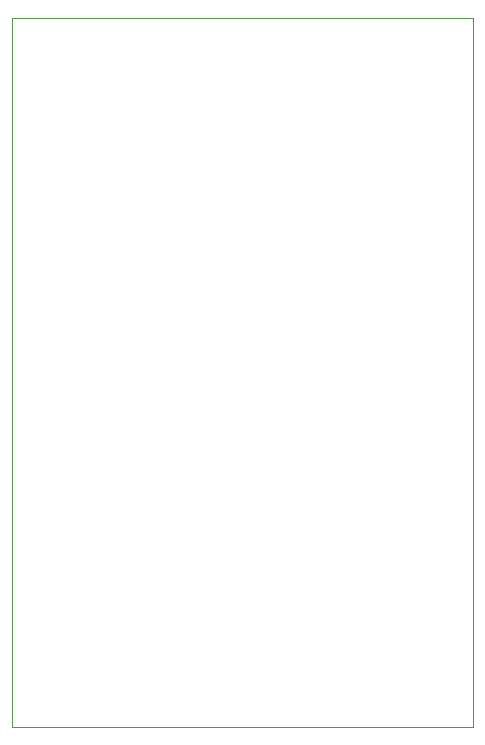
<source format=gbr>
%TF.GenerationSoftware,KiCad,Pcbnew,7.0.10*%
%TF.CreationDate,2024-02-20T22:03:50-06:00*%
%TF.ProjectId,3340_VCO,33333430-5f56-4434-9f2e-6b696361645f,rev?*%
%TF.SameCoordinates,Original*%
%TF.FileFunction,Profile,NP*%
%FSLAX46Y46*%
G04 Gerber Fmt 4.6, Leading zero omitted, Abs format (unit mm)*
G04 Created by KiCad (PCBNEW 7.0.10) date 2024-02-20 22:03:50*
%MOMM*%
%LPD*%
G01*
G04 APERTURE LIST*
%TA.AperFunction,Profile*%
%ADD10C,0.100000*%
%TD*%
G04 APERTURE END LIST*
D10*
X149050000Y-146150000D02*
X149050000Y-86150000D01*
X149050000Y-86150000D02*
X110050000Y-86150000D01*
X110050000Y-146150000D02*
X149050000Y-146150000D01*
X110050000Y-86150000D02*
X110050000Y-146150000D01*
M02*

</source>
